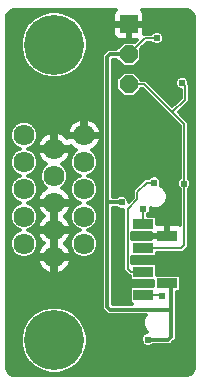
<source format=gbl>
G75*
%MOIN*%
%OFA0B0*%
%FSLAX24Y24*%
%IPPOS*%
%LPD*%
%AMOC8*
5,1,8,0,0,1.08239X$1,22.5*
%
%ADD10C,0.0703*%
%ADD11C,0.2000*%
%ADD12R,0.0600X0.0600*%
%ADD13OC8,0.0600*%
%ADD14R,0.0669X0.0354*%
%ADD15C,0.0238*%
%ADD16C,0.0060*%
%ADD17C,0.0120*%
D10*
X006096Y004924D03*
X006096Y005825D03*
X006096Y006727D03*
X006096Y007629D03*
X006096Y008530D03*
X007096Y008081D03*
X007096Y007180D03*
X007096Y006278D03*
X007096Y005377D03*
X007096Y004475D03*
X008096Y004924D03*
X008096Y005825D03*
X008096Y006727D03*
X008096Y007629D03*
X008096Y008530D03*
D11*
X007096Y011546D03*
X007096Y001703D03*
D12*
X009584Y012231D03*
D13*
X009584Y011231D03*
X009584Y010231D03*
D14*
X010072Y005561D03*
X010072Y004774D03*
X010072Y003986D03*
X010072Y003199D03*
X010860Y003593D03*
X010860Y005167D03*
D15*
X011082Y005725D03*
X011162Y006285D03*
X011432Y006915D03*
X010432Y006955D03*
X010072Y006065D03*
X009342Y006295D03*
X009382Y008215D03*
X009382Y008795D03*
X009382Y009385D03*
X008082Y009455D03*
X010522Y011765D03*
X011362Y010275D03*
X007822Y004305D03*
X006412Y004315D03*
X008182Y002565D03*
X009392Y003055D03*
X010682Y003185D03*
X011392Y002695D03*
X010232Y001725D03*
D16*
X010072Y003199D02*
X010669Y003199D01*
X010682Y003185D01*
X010072Y003986D02*
X009642Y003986D01*
X009542Y004086D01*
X009542Y006065D01*
X009872Y006395D01*
X009872Y006645D01*
X010182Y006955D01*
X010432Y006955D01*
X010072Y006065D02*
X010072Y005561D01*
X010072Y004774D02*
X011332Y004774D01*
X011432Y004874D01*
X011432Y006915D01*
X011432Y008901D01*
X011040Y009293D01*
X011472Y009725D01*
X011472Y010165D01*
X011362Y010275D01*
X011040Y009293D02*
X010103Y010231D01*
X009584Y010231D01*
X009584Y011231D02*
X010118Y011765D01*
X010522Y011765D01*
X010960Y005725D02*
X011082Y005725D01*
X010960Y005725D02*
X010860Y005625D01*
X010860Y005167D01*
D17*
X005510Y000825D02*
X005515Y000770D01*
X005557Y000668D01*
X005635Y000591D01*
X005737Y000548D01*
X005792Y000543D01*
X011485Y000543D01*
X011539Y000548D01*
X011641Y000591D01*
X011718Y000669D01*
X011760Y000770D01*
X011765Y000825D01*
X011765Y000825D01*
X011765Y000915D01*
X011765Y000915D01*
X011765Y012423D01*
X011759Y012477D01*
X011717Y012576D01*
X011641Y012652D01*
X011541Y012693D01*
X011487Y012698D01*
X011486Y012698D01*
X011396Y012697D01*
X011396Y012698D01*
X010024Y012698D01*
X010058Y012664D01*
X010086Y012615D01*
X010101Y012560D01*
X010101Y012271D01*
X009624Y012271D01*
X009624Y012191D01*
X010101Y012191D01*
X010101Y011915D01*
X010334Y011915D01*
X010387Y011968D01*
X010475Y012004D01*
X010570Y012004D01*
X010658Y011968D01*
X010725Y011901D01*
X010761Y011813D01*
X010761Y011718D01*
X010725Y011630D01*
X010658Y011563D01*
X010570Y011526D01*
X010475Y011526D01*
X010387Y011563D01*
X010334Y011615D01*
X010180Y011615D01*
X009987Y011422D01*
X010004Y011405D01*
X010004Y011057D01*
X009758Y010811D01*
X009410Y010811D01*
X009170Y011051D01*
X009042Y011051D01*
X009042Y006475D01*
X009184Y006475D01*
X009207Y006498D01*
X009295Y006534D01*
X009390Y006534D01*
X009478Y006498D01*
X009545Y006431D01*
X009581Y006343D01*
X009581Y006317D01*
X009722Y006458D01*
X009722Y006708D01*
X009810Y006795D01*
X010120Y007105D01*
X010244Y007105D01*
X010297Y007158D01*
X010385Y007194D01*
X010480Y007194D01*
X010568Y007158D01*
X010635Y007091D01*
X010671Y007003D01*
X010671Y006908D01*
X010649Y006853D01*
X010701Y006831D01*
X010817Y006715D01*
X010880Y006562D01*
X010880Y006398D01*
X010817Y006245D01*
X010701Y006129D01*
X010548Y006066D01*
X010384Y006066D01*
X010311Y006096D01*
X010311Y006018D01*
X010275Y005930D01*
X010222Y005877D01*
X010222Y005858D01*
X010457Y005858D01*
X010527Y005788D01*
X010527Y005562D01*
X010831Y005562D01*
X010831Y005196D01*
X010831Y005139D01*
X010308Y005139D01*
X010308Y005071D01*
X009692Y005071D01*
X009692Y005264D01*
X010308Y005264D01*
X010308Y005196D01*
X010831Y005196D01*
X010888Y005196D01*
X010888Y005562D01*
X011223Y005562D01*
X011278Y005547D01*
X011282Y005545D01*
X011282Y006727D01*
X011230Y006780D01*
X011193Y006868D01*
X011193Y006963D01*
X011230Y007051D01*
X011282Y007104D01*
X011282Y008839D01*
X010978Y009143D01*
X010890Y009231D01*
X010041Y010081D01*
X010004Y010081D01*
X010004Y010057D01*
X009758Y009811D01*
X009410Y009811D01*
X009164Y010057D01*
X009164Y010405D01*
X009410Y010651D01*
X009758Y010651D01*
X010004Y010405D01*
X010004Y010381D01*
X010165Y010381D01*
X011040Y009505D01*
X011322Y009788D01*
X011322Y010036D01*
X011315Y010036D01*
X011227Y010073D01*
X011160Y010140D01*
X011123Y010228D01*
X011123Y010323D01*
X011160Y010411D01*
X011227Y010478D01*
X011315Y010514D01*
X011410Y010514D01*
X011498Y010478D01*
X011565Y010411D01*
X011601Y010323D01*
X011601Y010249D01*
X011622Y010228D01*
X011622Y009663D01*
X011534Y009575D01*
X011252Y009293D01*
X011494Y009051D01*
X011582Y008963D01*
X011582Y007104D01*
X011635Y007051D01*
X011671Y006963D01*
X011671Y006868D01*
X011635Y006780D01*
X011582Y006727D01*
X011582Y004811D01*
X011482Y004711D01*
X011394Y004624D01*
X010527Y004624D01*
X010527Y004547D01*
X010457Y004476D01*
X009692Y004476D01*
X009692Y004283D01*
X010457Y004283D01*
X010527Y004213D01*
X010527Y003890D01*
X011244Y003890D01*
X011314Y003819D01*
X011314Y003366D01*
X011244Y003295D01*
X011182Y003295D01*
X011182Y001751D01*
X011082Y001651D01*
X010977Y001545D01*
X010390Y001545D01*
X010368Y001523D01*
X010280Y001486D01*
X010185Y001486D01*
X010097Y001523D01*
X010030Y001590D01*
X009993Y001678D01*
X009993Y001773D01*
X010030Y001861D01*
X010097Y001928D01*
X010185Y001964D01*
X010196Y001964D01*
X010115Y002045D01*
X010052Y002198D01*
X010052Y002362D01*
X010115Y002515D01*
X010146Y002545D01*
X008888Y002545D01*
X008782Y002651D01*
X008682Y002751D01*
X008682Y011206D01*
X008888Y011411D01*
X009170Y011411D01*
X009410Y011651D01*
X009758Y011651D01*
X009775Y011634D01*
X009854Y011713D01*
X009624Y011713D01*
X009624Y012191D01*
X009544Y012191D01*
X009544Y011713D01*
X009255Y011713D01*
X009200Y011728D01*
X009150Y011757D01*
X009110Y011797D01*
X009081Y011847D01*
X009066Y011902D01*
X009066Y012191D01*
X009544Y012191D01*
X009544Y012271D01*
X009066Y012271D01*
X009066Y012560D01*
X009081Y012615D01*
X009110Y012664D01*
X009143Y012698D01*
X005881Y012698D01*
X005881Y012697D01*
X005791Y012698D01*
X005790Y012698D01*
X005736Y012693D01*
X005635Y012652D01*
X005558Y012576D01*
X005516Y012476D01*
X005510Y012422D01*
X005510Y000825D01*
X005512Y000799D02*
X006421Y000799D01*
X006408Y000807D02*
X006663Y000660D01*
X006948Y000583D01*
X007243Y000583D01*
X007528Y000660D01*
X007783Y000807D01*
X007992Y001016D01*
X008139Y001271D01*
X008216Y001556D01*
X008216Y001851D01*
X008139Y002136D01*
X007992Y002391D01*
X007783Y002600D01*
X007528Y002747D01*
X007243Y002823D01*
X006948Y002823D01*
X006663Y002747D01*
X006408Y002600D01*
X006199Y002391D01*
X006052Y002136D01*
X005976Y001851D01*
X005976Y001556D01*
X006052Y001271D01*
X006199Y001016D01*
X006408Y000807D01*
X006297Y000918D02*
X005510Y000918D01*
X005510Y001036D02*
X006187Y001036D01*
X006119Y001155D02*
X005510Y001155D01*
X005510Y001273D02*
X006051Y001273D01*
X006019Y001392D02*
X005510Y001392D01*
X005510Y001510D02*
X005988Y001510D01*
X005976Y001629D02*
X005510Y001629D01*
X005510Y001747D02*
X005976Y001747D01*
X005980Y001866D02*
X005510Y001866D01*
X005510Y001984D02*
X006011Y001984D01*
X006043Y002103D02*
X005510Y002103D01*
X005510Y002221D02*
X006101Y002221D01*
X006170Y002340D02*
X005510Y002340D01*
X005510Y002458D02*
X006267Y002458D01*
X006385Y002577D02*
X005510Y002577D01*
X005510Y002695D02*
X006574Y002695D01*
X006913Y002814D02*
X005510Y002814D01*
X005510Y002932D02*
X008682Y002932D01*
X008682Y002814D02*
X007278Y002814D01*
X007617Y002695D02*
X008738Y002695D01*
X008856Y002577D02*
X007806Y002577D01*
X007924Y002458D02*
X010092Y002458D01*
X010052Y002340D02*
X008021Y002340D01*
X008090Y002221D02*
X010052Y002221D01*
X010091Y002103D02*
X008148Y002103D01*
X008180Y001984D02*
X010176Y001984D01*
X010035Y001866D02*
X008211Y001866D01*
X008216Y001747D02*
X009993Y001747D01*
X010014Y001629D02*
X008216Y001629D01*
X008203Y001510D02*
X010127Y001510D01*
X010338Y001510D02*
X011765Y001510D01*
X011765Y001392D02*
X008172Y001392D01*
X008140Y001273D02*
X011765Y001273D01*
X011765Y001155D02*
X008072Y001155D01*
X008004Y001036D02*
X011765Y001036D01*
X011765Y000918D02*
X007894Y000918D01*
X007770Y000799D02*
X011762Y000799D01*
X011723Y000681D02*
X007565Y000681D01*
X006626Y000681D02*
X005552Y000681D01*
X005703Y000562D02*
X011573Y000562D01*
X011765Y001629D02*
X011060Y001629D01*
X011179Y001747D02*
X011765Y001747D01*
X011765Y001866D02*
X011182Y001866D01*
X011182Y001984D02*
X011765Y001984D01*
X011765Y002103D02*
X011182Y002103D01*
X011182Y002221D02*
X011765Y002221D01*
X011765Y002340D02*
X011182Y002340D01*
X011182Y002458D02*
X011765Y002458D01*
X011765Y002577D02*
X011182Y002577D01*
X011182Y002695D02*
X011765Y002695D01*
X011765Y002814D02*
X011182Y002814D01*
X011182Y002932D02*
X011765Y002932D01*
X011765Y003051D02*
X011182Y003051D01*
X011182Y003169D02*
X011765Y003169D01*
X011765Y003288D02*
X011182Y003288D01*
X011314Y003406D02*
X011765Y003406D01*
X011765Y003525D02*
X011314Y003525D01*
X011314Y003643D02*
X011765Y003643D01*
X011765Y003762D02*
X011314Y003762D01*
X011253Y003880D02*
X011765Y003880D01*
X011765Y003999D02*
X010527Y003999D01*
X010527Y004117D02*
X011765Y004117D01*
X011765Y004236D02*
X010504Y004236D01*
X010527Y004591D02*
X011765Y004591D01*
X011765Y004473D02*
X009692Y004473D01*
X009692Y004354D02*
X011765Y004354D01*
X011765Y004710D02*
X011481Y004710D01*
X011582Y004828D02*
X011765Y004828D01*
X011765Y004947D02*
X011582Y004947D01*
X011582Y005065D02*
X011765Y005065D01*
X011765Y005184D02*
X011582Y005184D01*
X011582Y005302D02*
X011765Y005302D01*
X011765Y005421D02*
X011582Y005421D01*
X011582Y005539D02*
X011765Y005539D01*
X011765Y005658D02*
X011582Y005658D01*
X011582Y005776D02*
X011765Y005776D01*
X011765Y005895D02*
X011582Y005895D01*
X011582Y006013D02*
X011765Y006013D01*
X011765Y006132D02*
X011582Y006132D01*
X011582Y006250D02*
X011765Y006250D01*
X011765Y006369D02*
X011582Y006369D01*
X011582Y006487D02*
X011765Y006487D01*
X011765Y006606D02*
X011582Y006606D01*
X011582Y006724D02*
X011765Y006724D01*
X011765Y006843D02*
X011661Y006843D01*
X011671Y006961D02*
X011765Y006961D01*
X011765Y007080D02*
X011606Y007080D01*
X011582Y007198D02*
X011765Y007198D01*
X011765Y007317D02*
X011582Y007317D01*
X011582Y007435D02*
X011765Y007435D01*
X011765Y007554D02*
X011582Y007554D01*
X011582Y007672D02*
X011765Y007672D01*
X011765Y007791D02*
X011582Y007791D01*
X011582Y007909D02*
X011765Y007909D01*
X011765Y008028D02*
X011582Y008028D01*
X011582Y008146D02*
X011765Y008146D01*
X011765Y008265D02*
X011582Y008265D01*
X011582Y008383D02*
X011765Y008383D01*
X011765Y008502D02*
X011582Y008502D01*
X011582Y008620D02*
X011765Y008620D01*
X011765Y008739D02*
X011582Y008739D01*
X011582Y008857D02*
X011765Y008857D01*
X011765Y008976D02*
X011570Y008976D01*
X011451Y009094D02*
X011765Y009094D01*
X011765Y009213D02*
X011333Y009213D01*
X011291Y009331D02*
X011765Y009331D01*
X011765Y009450D02*
X011409Y009450D01*
X011528Y009568D02*
X011765Y009568D01*
X011765Y009687D02*
X011622Y009687D01*
X011622Y009805D02*
X011765Y009805D01*
X011765Y009924D02*
X011622Y009924D01*
X011622Y010042D02*
X011765Y010042D01*
X011765Y010161D02*
X011622Y010161D01*
X011601Y010279D02*
X011765Y010279D01*
X011765Y010398D02*
X011570Y010398D01*
X011765Y010516D02*
X009892Y010516D01*
X010004Y010398D02*
X011154Y010398D01*
X011123Y010279D02*
X010266Y010279D01*
X010385Y010161D02*
X011151Y010161D01*
X011300Y010042D02*
X010503Y010042D01*
X010622Y009924D02*
X011322Y009924D01*
X011322Y009805D02*
X010740Y009805D01*
X010859Y009687D02*
X011222Y009687D01*
X011103Y009568D02*
X010977Y009568D01*
X010790Y009331D02*
X009042Y009331D01*
X009042Y009213D02*
X010909Y009213D01*
X011027Y009094D02*
X009042Y009094D01*
X009042Y008976D02*
X011146Y008976D01*
X011264Y008857D02*
X009042Y008857D01*
X009042Y008739D02*
X011282Y008739D01*
X011282Y008620D02*
X009042Y008620D01*
X009042Y008502D02*
X011282Y008502D01*
X011282Y008383D02*
X009042Y008383D01*
X009042Y008265D02*
X011282Y008265D01*
X011282Y008146D02*
X009042Y008146D01*
X009042Y008028D02*
X011282Y008028D01*
X011282Y007909D02*
X009042Y007909D01*
X009042Y007791D02*
X011282Y007791D01*
X011282Y007672D02*
X009042Y007672D01*
X009042Y007554D02*
X011282Y007554D01*
X011282Y007435D02*
X009042Y007435D01*
X009042Y007317D02*
X011282Y007317D01*
X011282Y007198D02*
X009042Y007198D01*
X009042Y007080D02*
X010095Y007080D01*
X009976Y006961D02*
X009042Y006961D01*
X009042Y006843D02*
X009858Y006843D01*
X009739Y006724D02*
X009042Y006724D01*
X009042Y006606D02*
X009722Y006606D01*
X009722Y006487D02*
X009488Y006487D01*
X009571Y006369D02*
X009634Y006369D01*
X009342Y006295D02*
X008862Y006295D01*
X008862Y011131D01*
X008962Y011231D01*
X009584Y011231D01*
X009819Y010872D02*
X011765Y010872D01*
X011765Y010990D02*
X009937Y010990D01*
X010004Y011109D02*
X011765Y011109D01*
X011765Y011227D02*
X010004Y011227D01*
X010004Y011346D02*
X011765Y011346D01*
X011765Y011464D02*
X010029Y011464D01*
X010148Y011583D02*
X010367Y011583D01*
X010678Y011583D02*
X011765Y011583D01*
X011765Y011701D02*
X010755Y011701D01*
X010759Y011820D02*
X011765Y011820D01*
X011765Y011938D02*
X010687Y011938D01*
X010357Y011938D02*
X010101Y011938D01*
X010101Y012057D02*
X011765Y012057D01*
X011765Y012175D02*
X010101Y012175D01*
X010101Y012294D02*
X011765Y012294D01*
X011765Y012412D02*
X010101Y012412D01*
X010101Y012531D02*
X011736Y012531D01*
X011643Y012649D02*
X010066Y012649D01*
X009624Y012175D02*
X009544Y012175D01*
X009544Y012057D02*
X009624Y012057D01*
X009624Y011938D02*
X009544Y011938D01*
X009544Y011820D02*
X009624Y011820D01*
X009842Y011701D02*
X008213Y011701D01*
X008216Y011693D02*
X008139Y011978D01*
X007992Y012234D01*
X007783Y012442D01*
X007528Y012590D01*
X007243Y012666D01*
X006948Y012666D01*
X006663Y012590D01*
X006408Y012442D01*
X006199Y012234D01*
X006052Y011978D01*
X005976Y011693D01*
X005976Y011398D01*
X006052Y011114D01*
X006199Y010858D01*
X006408Y010650D01*
X006663Y010502D01*
X006948Y010426D01*
X007243Y010426D01*
X007528Y010502D01*
X007783Y010650D01*
X007992Y010858D01*
X008139Y011114D01*
X008216Y011398D01*
X008216Y011693D01*
X008216Y011583D02*
X009342Y011583D01*
X009223Y011464D02*
X008216Y011464D01*
X008201Y011346D02*
X008823Y011346D01*
X008704Y011227D02*
X008170Y011227D01*
X008137Y011109D02*
X008682Y011109D01*
X008682Y010990D02*
X008068Y010990D01*
X008000Y010872D02*
X008682Y010872D01*
X008682Y010753D02*
X007887Y010753D01*
X007758Y010635D02*
X008682Y010635D01*
X008682Y010516D02*
X007552Y010516D01*
X006639Y010516D02*
X005510Y010516D01*
X005510Y010398D02*
X008682Y010398D01*
X008682Y010279D02*
X005510Y010279D01*
X005510Y010161D02*
X008682Y010161D01*
X008682Y010042D02*
X005510Y010042D01*
X005510Y009924D02*
X008682Y009924D01*
X008682Y009805D02*
X005510Y009805D01*
X005510Y009687D02*
X008682Y009687D01*
X008682Y009568D02*
X005510Y009568D01*
X005510Y009450D02*
X008682Y009450D01*
X008682Y009331D02*
X005510Y009331D01*
X005510Y009213D02*
X008682Y009213D01*
X008682Y009094D02*
X008169Y009094D01*
X008153Y009094D02*
X008038Y009094D01*
X008038Y009097D02*
X007962Y009085D01*
X007877Y009057D01*
X007797Y009017D01*
X007725Y008964D01*
X007662Y008901D01*
X007609Y008828D01*
X007568Y008749D01*
X007541Y008663D01*
X007529Y008587D01*
X008038Y008587D01*
X008038Y008473D01*
X007529Y008473D01*
X007533Y008447D01*
X007529Y008452D01*
X007466Y008515D01*
X007394Y008568D01*
X007314Y008609D01*
X007229Y008636D01*
X007153Y008648D01*
X007153Y008138D01*
X007662Y008138D01*
X007658Y008164D01*
X007662Y008160D01*
X007725Y008096D01*
X007797Y008044D01*
X007828Y008028D01*
X007153Y008028D01*
X007153Y008024D02*
X007153Y008138D01*
X007038Y008138D01*
X007038Y008024D01*
X006529Y008024D01*
X006541Y007948D01*
X006568Y007863D01*
X006609Y007783D01*
X006662Y007711D01*
X006725Y007647D01*
X006797Y007595D01*
X006828Y007579D01*
X006696Y007447D01*
X006624Y007274D01*
X006624Y007086D01*
X006696Y006913D01*
X006828Y006780D01*
X006797Y006765D01*
X006725Y006712D01*
X006662Y006649D01*
X006609Y006576D01*
X006568Y006497D01*
X006541Y006411D01*
X006529Y006335D01*
X007038Y006335D01*
X007038Y006221D01*
X006529Y006221D01*
X006541Y006145D01*
X006568Y006060D01*
X006609Y005980D01*
X006662Y005908D01*
X006725Y005844D01*
X006748Y005827D01*
X006725Y005811D01*
X006662Y005747D01*
X006609Y005675D01*
X006568Y005595D01*
X006541Y005510D01*
X006529Y005434D01*
X007038Y005434D01*
X007038Y005319D01*
X007153Y005319D01*
X007153Y005434D01*
X007662Y005434D01*
X007650Y005510D01*
X007623Y005595D01*
X007582Y005675D01*
X007529Y005747D01*
X007466Y005811D01*
X007443Y005827D01*
X007466Y005844D01*
X007529Y005908D01*
X007582Y005980D01*
X007623Y006060D01*
X007650Y006145D01*
X007662Y006221D01*
X007153Y006221D01*
X007153Y006335D01*
X007662Y006335D01*
X007650Y006411D01*
X007623Y006497D01*
X007582Y006576D01*
X007529Y006649D01*
X007466Y006712D01*
X007394Y006765D01*
X007363Y006780D01*
X007495Y006913D01*
X007567Y007086D01*
X007567Y007274D01*
X007495Y007447D01*
X007363Y007579D01*
X007394Y007595D01*
X007466Y007647D01*
X007529Y007711D01*
X007582Y007783D01*
X007623Y007863D01*
X007650Y007948D01*
X007662Y008024D01*
X007153Y008024D01*
X007038Y008028D02*
X006363Y008028D01*
X006239Y008079D01*
X006363Y008131D01*
X006495Y008263D01*
X006567Y008436D01*
X006567Y008624D01*
X006495Y008797D01*
X006363Y008930D01*
X006189Y009002D01*
X006002Y009002D01*
X005828Y008930D01*
X005696Y008797D01*
X005624Y008624D01*
X005624Y008436D01*
X005696Y008263D01*
X005828Y008131D01*
X005952Y008079D01*
X005828Y008028D01*
X005510Y008028D01*
X005510Y008146D02*
X005813Y008146D01*
X005828Y008028D02*
X005696Y007896D01*
X005624Y007722D01*
X005624Y007535D01*
X005696Y007362D01*
X005828Y007229D01*
X005952Y007178D01*
X005828Y007127D01*
X005696Y006994D01*
X005624Y006821D01*
X005624Y006633D01*
X005696Y006460D01*
X005828Y006327D01*
X005952Y006276D01*
X005828Y006225D01*
X005696Y006092D01*
X005624Y005919D01*
X005624Y005732D01*
X005696Y005558D01*
X005828Y005426D01*
X005952Y005375D01*
X005828Y005323D01*
X005696Y005191D01*
X005624Y005018D01*
X005624Y004830D01*
X005696Y004657D01*
X005828Y004524D01*
X006002Y004452D01*
X006189Y004452D01*
X006363Y004524D01*
X006495Y004657D01*
X006567Y004830D01*
X006567Y005018D01*
X006495Y005191D01*
X006363Y005323D01*
X006239Y005375D01*
X006363Y005426D01*
X006495Y005558D01*
X006567Y005732D01*
X006567Y005919D01*
X006495Y006092D01*
X006363Y006225D01*
X006239Y006276D01*
X006363Y006327D01*
X006495Y006460D01*
X006567Y006633D01*
X006567Y006821D01*
X006495Y006994D01*
X006363Y007127D01*
X006239Y007178D01*
X006363Y007229D01*
X006495Y007362D01*
X006567Y007535D01*
X006567Y007722D01*
X006495Y007896D01*
X006363Y008028D01*
X006378Y008146D02*
X006530Y008146D01*
X006529Y008138D02*
X007038Y008138D01*
X007038Y008648D01*
X006962Y008636D01*
X006877Y008609D01*
X006797Y008568D01*
X006725Y008515D01*
X006662Y008452D01*
X006609Y008379D01*
X006568Y008300D01*
X006541Y008215D01*
X006529Y008138D01*
X006557Y008265D02*
X006496Y008265D01*
X006545Y008383D02*
X006612Y008383D01*
X006567Y008502D02*
X006712Y008502D01*
X006567Y008620D02*
X006914Y008620D01*
X007038Y008620D02*
X007153Y008620D01*
X007153Y008502D02*
X007038Y008502D01*
X007038Y008383D02*
X007153Y008383D01*
X007153Y008265D02*
X007038Y008265D01*
X007038Y008146D02*
X007153Y008146D01*
X007479Y008502D02*
X008038Y008502D01*
X008038Y008587D02*
X008038Y009097D01*
X008022Y009094D02*
X005510Y009094D01*
X005510Y008976D02*
X005940Y008976D01*
X005756Y008857D02*
X005510Y008857D01*
X005510Y008739D02*
X005672Y008739D01*
X005624Y008620D02*
X005510Y008620D01*
X005510Y008502D02*
X005624Y008502D01*
X005646Y008383D02*
X005510Y008383D01*
X005510Y008265D02*
X005695Y008265D01*
X005710Y007909D02*
X005510Y007909D01*
X005510Y007791D02*
X005653Y007791D01*
X005624Y007672D02*
X005510Y007672D01*
X005510Y007554D02*
X005624Y007554D01*
X005665Y007435D02*
X005510Y007435D01*
X005510Y007317D02*
X005741Y007317D01*
X005902Y007198D02*
X005510Y007198D01*
X005510Y007080D02*
X005782Y007080D01*
X005682Y006961D02*
X005510Y006961D01*
X005510Y006843D02*
X005633Y006843D01*
X005624Y006724D02*
X005510Y006724D01*
X005510Y006606D02*
X005635Y006606D01*
X005685Y006487D02*
X005510Y006487D01*
X005510Y006369D02*
X005787Y006369D01*
X005890Y006250D02*
X005510Y006250D01*
X005510Y006132D02*
X005735Y006132D01*
X005663Y006013D02*
X005510Y006013D01*
X005510Y005895D02*
X005624Y005895D01*
X005624Y005776D02*
X005510Y005776D01*
X005510Y005658D02*
X005655Y005658D01*
X005715Y005539D02*
X005510Y005539D01*
X005510Y005421D02*
X005840Y005421D01*
X005807Y005302D02*
X005510Y005302D01*
X005510Y005184D02*
X005693Y005184D01*
X005644Y005065D02*
X005510Y005065D01*
X005510Y004947D02*
X005624Y004947D01*
X005625Y004828D02*
X005510Y004828D01*
X005510Y004710D02*
X005674Y004710D01*
X005761Y004591D02*
X005510Y004591D01*
X005510Y004473D02*
X005952Y004473D01*
X006239Y004473D02*
X007038Y004473D01*
X007038Y004418D02*
X007038Y004532D01*
X006529Y004532D01*
X006541Y004608D01*
X006568Y004693D01*
X006609Y004773D01*
X006662Y004846D01*
X006725Y004909D01*
X006748Y004926D01*
X006725Y004943D01*
X006662Y005006D01*
X006609Y005078D01*
X006568Y005158D01*
X006541Y005243D01*
X006529Y005319D01*
X007038Y005319D01*
X007038Y004810D01*
X007038Y004532D01*
X007153Y004532D01*
X007662Y004532D01*
X007650Y004608D01*
X007623Y004693D01*
X007582Y004773D01*
X007529Y004846D01*
X007466Y004909D01*
X007443Y004926D01*
X007466Y004943D01*
X007529Y005006D01*
X007582Y005078D01*
X007623Y005158D01*
X007650Y005243D01*
X007662Y005319D01*
X007153Y005319D01*
X007153Y004532D01*
X007153Y004418D01*
X007662Y004418D01*
X007650Y004342D01*
X007623Y004257D01*
X007582Y004177D01*
X007529Y004104D01*
X007466Y004041D01*
X007394Y003989D01*
X007314Y003948D01*
X007229Y003920D01*
X007153Y003908D01*
X007153Y004418D01*
X007038Y004418D01*
X006529Y004418D01*
X006541Y004342D01*
X006568Y004257D01*
X006609Y004177D01*
X006662Y004104D01*
X006725Y004041D01*
X006797Y003989D01*
X006877Y003948D01*
X006962Y003920D01*
X007038Y003908D01*
X007038Y004418D01*
X007038Y004354D02*
X007153Y004354D01*
X007153Y004236D02*
X007038Y004236D01*
X007038Y004117D02*
X007153Y004117D01*
X007153Y003999D02*
X007038Y003999D01*
X006783Y003999D02*
X005510Y003999D01*
X005510Y004117D02*
X006652Y004117D01*
X006579Y004236D02*
X005510Y004236D01*
X005510Y004354D02*
X006539Y004354D01*
X006538Y004591D02*
X006430Y004591D01*
X006517Y004710D02*
X006577Y004710D01*
X006566Y004828D02*
X006649Y004828D01*
X006721Y004947D02*
X006567Y004947D01*
X006547Y005065D02*
X006618Y005065D01*
X006560Y005184D02*
X006498Y005184D01*
X006531Y005302D02*
X006384Y005302D01*
X006351Y005421D02*
X007038Y005421D01*
X007038Y005434D02*
X007038Y006221D01*
X007153Y006221D01*
X007153Y005944D01*
X007153Y005434D01*
X007038Y005434D01*
X007038Y005539D02*
X007153Y005539D01*
X007153Y005421D02*
X007840Y005421D01*
X007828Y005426D02*
X007952Y005375D01*
X007828Y005323D01*
X007696Y005191D01*
X007624Y005018D01*
X007624Y004830D01*
X007696Y004657D01*
X007828Y004524D01*
X008002Y004452D01*
X008189Y004452D01*
X008363Y004524D01*
X008495Y004657D01*
X008567Y004830D01*
X008567Y005018D01*
X008495Y005191D01*
X008363Y005323D01*
X008239Y005375D01*
X008363Y005426D01*
X008495Y005558D01*
X008567Y005732D01*
X008567Y005919D01*
X008495Y006092D01*
X008363Y006225D01*
X008239Y006276D01*
X008363Y006327D01*
X008495Y006460D01*
X008567Y006633D01*
X008567Y006821D01*
X008495Y006994D01*
X008363Y007127D01*
X008239Y007178D01*
X008363Y007229D01*
X008495Y007362D01*
X008567Y007535D01*
X008567Y007722D01*
X008495Y007896D01*
X008363Y008028D01*
X008682Y008028D01*
X008682Y008146D02*
X008516Y008146D01*
X008529Y008160D02*
X008582Y008232D01*
X008623Y008312D01*
X008650Y008397D01*
X008662Y008473D01*
X008153Y008473D01*
X008153Y008587D01*
X008662Y008587D01*
X008650Y008663D01*
X008623Y008749D01*
X008582Y008828D01*
X008529Y008901D01*
X008466Y008964D01*
X008394Y009017D01*
X008314Y009057D01*
X008229Y009085D01*
X008153Y009097D01*
X008153Y008587D01*
X008038Y008587D01*
X008038Y008620D02*
X008153Y008620D01*
X008153Y008502D02*
X008682Y008502D01*
X008682Y008620D02*
X008657Y008620D01*
X008682Y008739D02*
X008626Y008739D01*
X008682Y008857D02*
X008561Y008857D01*
X008450Y008976D02*
X008682Y008976D01*
X008682Y008383D02*
X008646Y008383D01*
X008682Y008265D02*
X008599Y008265D01*
X008529Y008160D02*
X008466Y008096D01*
X008394Y008044D01*
X008363Y008028D01*
X008481Y007909D02*
X008682Y007909D01*
X008682Y007791D02*
X008538Y007791D01*
X008567Y007672D02*
X008682Y007672D01*
X008682Y007554D02*
X008567Y007554D01*
X008526Y007435D02*
X008682Y007435D01*
X008682Y007317D02*
X008451Y007317D01*
X008409Y007080D02*
X008682Y007080D01*
X008682Y007198D02*
X008289Y007198D01*
X008509Y006961D02*
X008682Y006961D01*
X008682Y006843D02*
X008558Y006843D01*
X008567Y006724D02*
X008682Y006724D01*
X008682Y006606D02*
X008556Y006606D01*
X008506Y006487D02*
X008682Y006487D01*
X008682Y006369D02*
X008404Y006369D01*
X008301Y006250D02*
X008682Y006250D01*
X008682Y006132D02*
X008456Y006132D01*
X008528Y006013D02*
X008682Y006013D01*
X008682Y005895D02*
X008567Y005895D01*
X008567Y005776D02*
X008682Y005776D01*
X008682Y005658D02*
X008536Y005658D01*
X008476Y005539D02*
X008682Y005539D01*
X008682Y005421D02*
X008351Y005421D01*
X008384Y005302D02*
X008682Y005302D01*
X008682Y005184D02*
X008498Y005184D01*
X008547Y005065D02*
X008682Y005065D01*
X008682Y004947D02*
X008567Y004947D01*
X008566Y004828D02*
X008682Y004828D01*
X008682Y004710D02*
X008517Y004710D01*
X008430Y004591D02*
X008682Y004591D01*
X008682Y004473D02*
X008239Y004473D01*
X007952Y004473D02*
X007153Y004473D01*
X007153Y004591D02*
X007038Y004591D01*
X007038Y004710D02*
X007153Y004710D01*
X007153Y004828D02*
X007038Y004828D01*
X007038Y004947D02*
X007153Y004947D01*
X007153Y005065D02*
X007038Y005065D01*
X007038Y005184D02*
X007153Y005184D01*
X007153Y005302D02*
X007038Y005302D01*
X007038Y005658D02*
X007153Y005658D01*
X007153Y005776D02*
X007038Y005776D01*
X007038Y005895D02*
X007153Y005895D01*
X007153Y006013D02*
X007038Y006013D01*
X007038Y006132D02*
X007153Y006132D01*
X007153Y006250D02*
X007890Y006250D01*
X007828Y006225D02*
X007696Y006092D01*
X007624Y005919D01*
X007624Y005732D01*
X007696Y005558D01*
X007828Y005426D01*
X007807Y005302D02*
X007660Y005302D01*
X007631Y005184D02*
X007693Y005184D01*
X007644Y005065D02*
X007573Y005065D01*
X007624Y004947D02*
X007470Y004947D01*
X007542Y004828D02*
X007625Y004828D01*
X007614Y004710D02*
X007674Y004710D01*
X007653Y004591D02*
X007761Y004591D01*
X007652Y004354D02*
X008682Y004354D01*
X008682Y004236D02*
X007612Y004236D01*
X007539Y004117D02*
X008682Y004117D01*
X008682Y003999D02*
X007408Y003999D01*
X008682Y003880D02*
X005510Y003880D01*
X005510Y003762D02*
X008682Y003762D01*
X008682Y003643D02*
X005510Y003643D01*
X005510Y003525D02*
X008682Y003525D01*
X008682Y003406D02*
X005510Y003406D01*
X005510Y003288D02*
X008682Y003288D01*
X008682Y003169D02*
X005510Y003169D01*
X005510Y003051D02*
X008682Y003051D01*
X008862Y002825D02*
X008962Y002725D01*
X011002Y002725D01*
X011002Y003593D01*
X010860Y003593D01*
X010892Y003605D02*
X010897Y003604D01*
X010901Y003600D01*
X010902Y003595D01*
X010902Y003555D01*
X010897Y003555D01*
X010897Y003556D02*
X010887Y003557D01*
X010879Y003561D01*
X010871Y003567D01*
X010865Y003575D01*
X010861Y003583D01*
X010860Y003593D01*
X010405Y003643D02*
X009042Y003643D01*
X009042Y003525D02*
X010405Y003525D01*
X010405Y003496D02*
X009688Y003496D01*
X009618Y003426D01*
X009618Y002972D01*
X009684Y002905D01*
X009042Y002905D01*
X009042Y006115D01*
X009184Y006115D01*
X009207Y006093D01*
X009295Y006056D01*
X009390Y006056D01*
X009392Y006057D01*
X009392Y004024D01*
X009480Y003936D01*
X009580Y003836D01*
X009618Y003836D01*
X009618Y003759D01*
X009688Y003689D01*
X010405Y003689D01*
X010405Y003496D01*
X009618Y003406D02*
X009042Y003406D01*
X009042Y003288D02*
X009618Y003288D01*
X009618Y003169D02*
X009042Y003169D01*
X009042Y003051D02*
X009618Y003051D01*
X009657Y002932D02*
X009042Y002932D01*
X008862Y002825D02*
X008862Y006295D01*
X009042Y006487D02*
X009196Y006487D01*
X009042Y006013D02*
X009392Y006013D01*
X009392Y005895D02*
X009042Y005895D01*
X009042Y005776D02*
X009392Y005776D01*
X009392Y005658D02*
X009042Y005658D01*
X009042Y005539D02*
X009392Y005539D01*
X009392Y005421D02*
X009042Y005421D01*
X009042Y005302D02*
X009392Y005302D01*
X009392Y005184D02*
X009042Y005184D01*
X009042Y005065D02*
X009392Y005065D01*
X009392Y004947D02*
X009042Y004947D01*
X009042Y004828D02*
X009392Y004828D01*
X009392Y004710D02*
X009042Y004710D01*
X009042Y004591D02*
X009392Y004591D01*
X009392Y004473D02*
X009042Y004473D01*
X009042Y004354D02*
X009392Y004354D01*
X009392Y004236D02*
X009042Y004236D01*
X009042Y004117D02*
X009392Y004117D01*
X009418Y003999D02*
X009042Y003999D01*
X009042Y003880D02*
X009536Y003880D01*
X009618Y003762D02*
X009042Y003762D01*
X009692Y005184D02*
X010831Y005184D01*
X010831Y005302D02*
X010888Y005302D01*
X010888Y005421D02*
X010831Y005421D01*
X010831Y005539D02*
X010888Y005539D01*
X010527Y005658D02*
X011282Y005658D01*
X011282Y005776D02*
X010527Y005776D01*
X010310Y006013D02*
X011282Y006013D01*
X011282Y005895D02*
X010240Y005895D01*
X010704Y006132D02*
X011282Y006132D01*
X011282Y006250D02*
X010819Y006250D01*
X010869Y006369D02*
X011282Y006369D01*
X011282Y006487D02*
X010880Y006487D01*
X010862Y006606D02*
X011282Y006606D01*
X011282Y006724D02*
X010807Y006724D01*
X010672Y006843D02*
X011204Y006843D01*
X011193Y006961D02*
X010671Y006961D01*
X010640Y007080D02*
X011259Y007080D01*
X010672Y009450D02*
X009042Y009450D01*
X009042Y009568D02*
X010553Y009568D01*
X010435Y009687D02*
X009042Y009687D01*
X009042Y009805D02*
X010316Y009805D01*
X010198Y009924D02*
X009871Y009924D01*
X009989Y010042D02*
X010079Y010042D01*
X009774Y010635D02*
X011765Y010635D01*
X011765Y010753D02*
X009042Y010753D01*
X009042Y010635D02*
X009394Y010635D01*
X009275Y010516D02*
X009042Y010516D01*
X009042Y010398D02*
X009164Y010398D01*
X009164Y010279D02*
X009042Y010279D01*
X009042Y010161D02*
X009164Y010161D01*
X009178Y010042D02*
X009042Y010042D01*
X009042Y009924D02*
X009297Y009924D01*
X009349Y010872D02*
X009042Y010872D01*
X009042Y010990D02*
X009230Y010990D01*
X009097Y011820D02*
X008182Y011820D01*
X008150Y011938D02*
X009066Y011938D01*
X009066Y012057D02*
X008094Y012057D01*
X008025Y012175D02*
X009066Y012175D01*
X009066Y012294D02*
X007931Y012294D01*
X007813Y012412D02*
X009066Y012412D01*
X009066Y012531D02*
X007629Y012531D01*
X007304Y012649D02*
X009101Y012649D01*
X006887Y012649D02*
X005633Y012649D01*
X005539Y012531D02*
X006562Y012531D01*
X006378Y012412D02*
X005510Y012412D01*
X005510Y012294D02*
X006260Y012294D01*
X006166Y012175D02*
X005510Y012175D01*
X005510Y012057D02*
X006097Y012057D01*
X006041Y011938D02*
X005510Y011938D01*
X005510Y011820D02*
X006009Y011820D01*
X005978Y011701D02*
X005510Y011701D01*
X005510Y011583D02*
X005976Y011583D01*
X005976Y011464D02*
X005510Y011464D01*
X005510Y011346D02*
X005990Y011346D01*
X006021Y011227D02*
X005510Y011227D01*
X005510Y011109D02*
X006055Y011109D01*
X006123Y010990D02*
X005510Y010990D01*
X005510Y010872D02*
X006191Y010872D01*
X006304Y010753D02*
X005510Y010753D01*
X005510Y010635D02*
X006433Y010635D01*
X006251Y008976D02*
X007741Y008976D01*
X007630Y008857D02*
X006435Y008857D01*
X006519Y008739D02*
X007565Y008739D01*
X007534Y008620D02*
X007277Y008620D01*
X007661Y008146D02*
X007675Y008146D01*
X007828Y008028D02*
X007696Y007896D01*
X007624Y007722D01*
X007624Y007535D01*
X007696Y007362D01*
X007828Y007229D01*
X007952Y007178D01*
X007828Y007127D01*
X007696Y006994D01*
X007624Y006821D01*
X007624Y006633D01*
X007696Y006460D01*
X007828Y006327D01*
X007952Y006276D01*
X007828Y006225D01*
X007735Y006132D02*
X007646Y006132D01*
X007663Y006013D02*
X007599Y006013D01*
X007624Y005895D02*
X007517Y005895D01*
X007500Y005776D02*
X007624Y005776D01*
X007591Y005658D02*
X007655Y005658D01*
X007641Y005539D02*
X007715Y005539D01*
X007657Y006369D02*
X007787Y006369D01*
X007685Y006487D02*
X007626Y006487D01*
X007635Y006606D02*
X007561Y006606D01*
X007624Y006724D02*
X007449Y006724D01*
X007425Y006843D02*
X007633Y006843D01*
X007682Y006961D02*
X007515Y006961D01*
X007564Y007080D02*
X007782Y007080D01*
X007902Y007198D02*
X007567Y007198D01*
X007549Y007317D02*
X007741Y007317D01*
X007665Y007435D02*
X007500Y007435D01*
X007388Y007554D02*
X007624Y007554D01*
X007624Y007672D02*
X007491Y007672D01*
X007586Y007791D02*
X007653Y007791D01*
X007638Y007909D02*
X007710Y007909D01*
X008038Y008739D02*
X008153Y008739D01*
X008153Y008857D02*
X008038Y008857D01*
X008038Y008976D02*
X008153Y008976D01*
X006700Y007672D02*
X006567Y007672D01*
X006567Y007554D02*
X006803Y007554D01*
X006691Y007435D02*
X006526Y007435D01*
X006451Y007317D02*
X006642Y007317D01*
X006624Y007198D02*
X006289Y007198D01*
X006409Y007080D02*
X006627Y007080D01*
X006676Y006961D02*
X006509Y006961D01*
X006558Y006843D02*
X006766Y006843D01*
X006742Y006724D02*
X006567Y006724D01*
X006556Y006606D02*
X006630Y006606D01*
X006565Y006487D02*
X006506Y006487D01*
X006534Y006369D02*
X006404Y006369D01*
X006301Y006250D02*
X007038Y006250D01*
X006674Y005895D02*
X006567Y005895D01*
X006567Y005776D02*
X006691Y005776D01*
X006600Y005658D02*
X006536Y005658D01*
X006550Y005539D02*
X006476Y005539D01*
X006528Y006013D02*
X006592Y006013D01*
X006545Y006132D02*
X006456Y006132D01*
X006538Y007791D02*
X006605Y007791D01*
X006553Y007909D02*
X006481Y007909D01*
X011002Y002725D02*
X011002Y001825D01*
X010902Y001725D01*
X010232Y001725D01*
M02*

</source>
